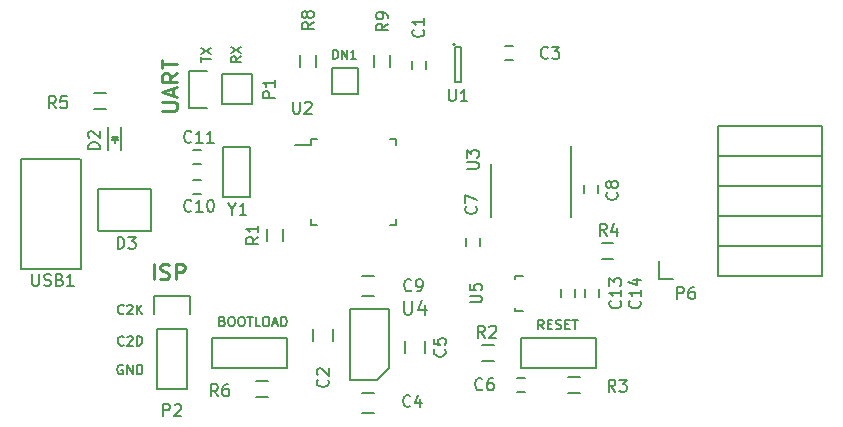
<source format=gto>
G04 #@! TF.FileFunction,Legend,Top*
%FSLAX46Y46*%
G04 Gerber Fmt 4.6, Leading zero omitted, Abs format (unit mm)*
G04 Created by KiCad (PCBNEW 4.0.2-stable) date 8/15/2016 9:55:29 PM*
%MOMM*%
G01*
G04 APERTURE LIST*
%ADD10C,0.100000*%
%ADD11C,0.180000*%
%ADD12C,0.250000*%
%ADD13C,0.150000*%
G04 APERTURE END LIST*
D10*
D11*
X92026095Y-83792905D02*
X91759428Y-83411952D01*
X91568952Y-83792905D02*
X91568952Y-82992905D01*
X91873714Y-82992905D01*
X91949905Y-83031000D01*
X91988000Y-83069095D01*
X92026095Y-83145286D01*
X92026095Y-83259571D01*
X91988000Y-83335762D01*
X91949905Y-83373857D01*
X91873714Y-83411952D01*
X91568952Y-83411952D01*
X92368952Y-83373857D02*
X92635619Y-83373857D01*
X92749905Y-83792905D02*
X92368952Y-83792905D01*
X92368952Y-82992905D01*
X92749905Y-82992905D01*
X93054667Y-83754810D02*
X93168953Y-83792905D01*
X93359429Y-83792905D01*
X93435619Y-83754810D01*
X93473715Y-83716714D01*
X93511810Y-83640524D01*
X93511810Y-83564333D01*
X93473715Y-83488143D01*
X93435619Y-83450048D01*
X93359429Y-83411952D01*
X93207048Y-83373857D01*
X93130857Y-83335762D01*
X93092762Y-83297667D01*
X93054667Y-83221476D01*
X93054667Y-83145286D01*
X93092762Y-83069095D01*
X93130857Y-83031000D01*
X93207048Y-82992905D01*
X93397524Y-82992905D01*
X93511810Y-83031000D01*
X93854667Y-83373857D02*
X94121334Y-83373857D01*
X94235620Y-83792905D02*
X93854667Y-83792905D01*
X93854667Y-82992905D01*
X94235620Y-82992905D01*
X94464191Y-82992905D02*
X94921334Y-82992905D01*
X94692763Y-83792905D02*
X94692763Y-82992905D01*
X64835572Y-83119857D02*
X64949858Y-83157952D01*
X64987953Y-83196048D01*
X65026048Y-83272238D01*
X65026048Y-83386524D01*
X64987953Y-83462714D01*
X64949858Y-83500810D01*
X64873667Y-83538905D01*
X64568905Y-83538905D01*
X64568905Y-82738905D01*
X64835572Y-82738905D01*
X64911762Y-82777000D01*
X64949858Y-82815095D01*
X64987953Y-82891286D01*
X64987953Y-82967476D01*
X64949858Y-83043667D01*
X64911762Y-83081762D01*
X64835572Y-83119857D01*
X64568905Y-83119857D01*
X65521286Y-82738905D02*
X65673667Y-82738905D01*
X65749858Y-82777000D01*
X65826048Y-82853190D01*
X65864143Y-83005571D01*
X65864143Y-83272238D01*
X65826048Y-83424619D01*
X65749858Y-83500810D01*
X65673667Y-83538905D01*
X65521286Y-83538905D01*
X65445096Y-83500810D01*
X65368905Y-83424619D01*
X65330810Y-83272238D01*
X65330810Y-83005571D01*
X65368905Y-82853190D01*
X65445096Y-82777000D01*
X65521286Y-82738905D01*
X66359381Y-82738905D02*
X66511762Y-82738905D01*
X66587953Y-82777000D01*
X66664143Y-82853190D01*
X66702238Y-83005571D01*
X66702238Y-83272238D01*
X66664143Y-83424619D01*
X66587953Y-83500810D01*
X66511762Y-83538905D01*
X66359381Y-83538905D01*
X66283191Y-83500810D01*
X66207000Y-83424619D01*
X66168905Y-83272238D01*
X66168905Y-83005571D01*
X66207000Y-82853190D01*
X66283191Y-82777000D01*
X66359381Y-82738905D01*
X66930809Y-82738905D02*
X67387952Y-82738905D01*
X67159381Y-83538905D02*
X67159381Y-82738905D01*
X68035572Y-83538905D02*
X67654619Y-83538905D01*
X67654619Y-82738905D01*
X68454619Y-82738905D02*
X68607000Y-82738905D01*
X68683191Y-82777000D01*
X68759381Y-82853190D01*
X68797476Y-83005571D01*
X68797476Y-83272238D01*
X68759381Y-83424619D01*
X68683191Y-83500810D01*
X68607000Y-83538905D01*
X68454619Y-83538905D01*
X68378429Y-83500810D01*
X68302238Y-83424619D01*
X68264143Y-83272238D01*
X68264143Y-83005571D01*
X68302238Y-82853190D01*
X68378429Y-82777000D01*
X68454619Y-82738905D01*
X69102238Y-83310333D02*
X69483190Y-83310333D01*
X69026047Y-83538905D02*
X69292714Y-82738905D01*
X69559381Y-83538905D01*
X69826047Y-83538905D02*
X69826047Y-82738905D01*
X70016523Y-82738905D01*
X70130809Y-82777000D01*
X70207000Y-82853190D01*
X70245095Y-82929381D01*
X70283190Y-83081762D01*
X70283190Y-83196048D01*
X70245095Y-83348429D01*
X70207000Y-83424619D01*
X70130809Y-83500810D01*
X70016523Y-83538905D01*
X69826047Y-83538905D01*
X66371905Y-60704333D02*
X65990952Y-60971000D01*
X66371905Y-61161476D02*
X65571905Y-61161476D01*
X65571905Y-60856714D01*
X65610000Y-60780523D01*
X65648095Y-60742428D01*
X65724286Y-60704333D01*
X65838571Y-60704333D01*
X65914762Y-60742428D01*
X65952857Y-60780523D01*
X65990952Y-60856714D01*
X65990952Y-61161476D01*
X65571905Y-60437666D02*
X66371905Y-59904333D01*
X65571905Y-59904333D02*
X66371905Y-60437666D01*
X63031905Y-61180524D02*
X63031905Y-60723381D01*
X63831905Y-60951952D02*
X63031905Y-60951952D01*
X63031905Y-60532904D02*
X63831905Y-59999571D01*
X63031905Y-59999571D02*
X63831905Y-60532904D01*
D12*
X59710095Y-65311809D02*
X60762476Y-65311809D01*
X60886286Y-65249904D01*
X60948190Y-65188000D01*
X61010095Y-65064190D01*
X61010095Y-64816571D01*
X60948190Y-64692762D01*
X60886286Y-64630857D01*
X60762476Y-64568952D01*
X59710095Y-64568952D01*
X60638667Y-64011809D02*
X60638667Y-63392761D01*
X61010095Y-64135618D02*
X59710095Y-63702285D01*
X61010095Y-63268952D01*
X61010095Y-62092761D02*
X60391048Y-62526094D01*
X61010095Y-62835618D02*
X59710095Y-62835618D01*
X59710095Y-62340380D01*
X59772000Y-62216571D01*
X59833905Y-62154666D01*
X59957714Y-62092761D01*
X60143429Y-62092761D01*
X60267238Y-62154666D01*
X60329143Y-62216571D01*
X60391048Y-62340380D01*
X60391048Y-62835618D01*
X59710095Y-61721332D02*
X59710095Y-60978475D01*
X61010095Y-61349904D02*
X59710095Y-61349904D01*
X59025953Y-79574095D02*
X59025953Y-78274095D01*
X59583096Y-79512190D02*
X59768810Y-79574095D01*
X60078334Y-79574095D01*
X60202144Y-79512190D01*
X60264048Y-79450286D01*
X60325953Y-79326476D01*
X60325953Y-79202667D01*
X60264048Y-79078857D01*
X60202144Y-79016952D01*
X60078334Y-78955048D01*
X59830715Y-78893143D01*
X59706906Y-78831238D01*
X59645001Y-78769333D01*
X59583096Y-78645524D01*
X59583096Y-78521714D01*
X59645001Y-78397905D01*
X59706906Y-78336000D01*
X59830715Y-78274095D01*
X60140239Y-78274095D01*
X60325953Y-78336000D01*
X60883096Y-79574095D02*
X60883096Y-78274095D01*
X61378334Y-78274095D01*
X61502143Y-78336000D01*
X61564048Y-78397905D01*
X61625953Y-78521714D01*
X61625953Y-78707429D01*
X61564048Y-78831238D01*
X61502143Y-78893143D01*
X61378334Y-78955048D01*
X60883096Y-78955048D01*
D11*
X56383477Y-86841000D02*
X56307286Y-86802905D01*
X56193001Y-86802905D01*
X56078715Y-86841000D01*
X56002524Y-86917190D01*
X55964429Y-86993381D01*
X55926334Y-87145762D01*
X55926334Y-87260048D01*
X55964429Y-87412429D01*
X56002524Y-87488619D01*
X56078715Y-87564810D01*
X56193001Y-87602905D01*
X56269191Y-87602905D01*
X56383477Y-87564810D01*
X56421572Y-87526714D01*
X56421572Y-87260048D01*
X56269191Y-87260048D01*
X56764429Y-87602905D02*
X56764429Y-86802905D01*
X57221572Y-87602905D01*
X57221572Y-86802905D01*
X57602524Y-87602905D02*
X57602524Y-86802905D01*
X57793000Y-86802905D01*
X57907286Y-86841000D01*
X57983477Y-86917190D01*
X58021572Y-86993381D01*
X58059667Y-87145762D01*
X58059667Y-87260048D01*
X58021572Y-87412429D01*
X57983477Y-87488619D01*
X57907286Y-87564810D01*
X57793000Y-87602905D01*
X57602524Y-87602905D01*
X56459667Y-85113714D02*
X56421572Y-85151810D01*
X56307286Y-85189905D01*
X56231096Y-85189905D01*
X56116810Y-85151810D01*
X56040619Y-85075619D01*
X56002524Y-84999429D01*
X55964429Y-84847048D01*
X55964429Y-84732762D01*
X56002524Y-84580381D01*
X56040619Y-84504190D01*
X56116810Y-84428000D01*
X56231096Y-84389905D01*
X56307286Y-84389905D01*
X56421572Y-84428000D01*
X56459667Y-84466095D01*
X56764429Y-84466095D02*
X56802524Y-84428000D01*
X56878715Y-84389905D01*
X57069191Y-84389905D01*
X57145381Y-84428000D01*
X57183477Y-84466095D01*
X57221572Y-84542286D01*
X57221572Y-84618476D01*
X57183477Y-84732762D01*
X56726334Y-85189905D01*
X57221572Y-85189905D01*
X57564429Y-85189905D02*
X57564429Y-84389905D01*
X57754905Y-84389905D01*
X57869191Y-84428000D01*
X57945382Y-84504190D01*
X57983477Y-84580381D01*
X58021572Y-84732762D01*
X58021572Y-84847048D01*
X57983477Y-84999429D01*
X57945382Y-85075619D01*
X57869191Y-85151810D01*
X57754905Y-85189905D01*
X57564429Y-85189905D01*
X56459667Y-82446714D02*
X56421572Y-82484810D01*
X56307286Y-82522905D01*
X56231096Y-82522905D01*
X56116810Y-82484810D01*
X56040619Y-82408619D01*
X56002524Y-82332429D01*
X55964429Y-82180048D01*
X55964429Y-82065762D01*
X56002524Y-81913381D01*
X56040619Y-81837190D01*
X56116810Y-81761000D01*
X56231096Y-81722905D01*
X56307286Y-81722905D01*
X56421572Y-81761000D01*
X56459667Y-81799095D01*
X56764429Y-81799095D02*
X56802524Y-81761000D01*
X56878715Y-81722905D01*
X57069191Y-81722905D01*
X57145381Y-81761000D01*
X57183477Y-81799095D01*
X57221572Y-81875286D01*
X57221572Y-81951476D01*
X57183477Y-82065762D01*
X56726334Y-82522905D01*
X57221572Y-82522905D01*
X57564429Y-82522905D02*
X57564429Y-81722905D01*
X58021572Y-82522905D02*
X57678715Y-82065762D01*
X58021572Y-81722905D02*
X57564429Y-82180048D01*
D13*
X106760000Y-66570000D02*
X115590000Y-66570000D01*
X106760000Y-69110000D02*
X106760000Y-66570000D01*
X115590000Y-69110000D02*
X115590000Y-66570000D01*
X115590000Y-66570000D02*
X106760000Y-66570000D01*
X115590000Y-69110000D02*
X106760000Y-69110000D01*
X115590000Y-71650000D02*
X115590000Y-69110000D01*
X106760000Y-71650000D02*
X106760000Y-69110000D01*
X106760000Y-69110000D02*
X115590000Y-69110000D01*
X106760000Y-71650000D02*
X115590000Y-71650000D01*
X106760000Y-74190000D02*
X106760000Y-71650000D01*
X115590000Y-74190000D02*
X115590000Y-71650000D01*
X115590000Y-71650000D02*
X106760000Y-71650000D01*
X115590000Y-74190000D02*
X106760000Y-74190000D01*
X115590000Y-76730000D02*
X115590000Y-74190000D01*
X106760000Y-76730000D02*
X106760000Y-74190000D01*
X106760000Y-74190000D02*
X115590000Y-74190000D01*
X106760000Y-76730000D02*
X115590000Y-76730000D01*
X106760000Y-79270000D02*
X106760000Y-76730000D01*
X101800000Y-78000000D02*
X101800000Y-79550000D01*
X101800000Y-79550000D02*
X102950000Y-79550000D01*
X106760000Y-79270000D02*
X115590000Y-79270000D01*
X115590000Y-79270000D02*
X115590000Y-76730000D01*
X115590000Y-76730000D02*
X106760000Y-76730000D01*
X80904000Y-61810000D02*
X80904000Y-61110000D01*
X82104000Y-61110000D02*
X82104000Y-61810000D01*
X72526000Y-83820000D02*
X72526000Y-84820000D01*
X74226000Y-84820000D02*
X74226000Y-83820000D01*
X88774000Y-59844000D02*
X89474000Y-59844000D01*
X89474000Y-61044000D02*
X88774000Y-61044000D01*
X76686000Y-90885000D02*
X77686000Y-90885000D01*
X77686000Y-89185000D02*
X76686000Y-89185000D01*
X80273000Y-84836000D02*
X80273000Y-85836000D01*
X81973000Y-85836000D02*
X81973000Y-84836000D01*
X90490000Y-89111000D02*
X89790000Y-89111000D01*
X89790000Y-87911000D02*
X90490000Y-87911000D01*
X86612500Y-76096000D02*
X86612500Y-76796000D01*
X85412500Y-76796000D02*
X85412500Y-76096000D01*
X95407400Y-72300200D02*
X95407400Y-71600200D01*
X96607400Y-71600200D02*
X96607400Y-72300200D01*
X76686000Y-80979000D02*
X77686000Y-80979000D01*
X77686000Y-79279000D02*
X76686000Y-79279000D01*
X94677000Y-80375900D02*
X94677000Y-81075900D01*
X93477000Y-81075900D02*
X93477000Y-80375900D01*
X96747100Y-80375900D02*
X96747100Y-81075900D01*
X95547100Y-81075900D02*
X95547100Y-80375900D01*
X69987000Y-75311000D02*
X69987000Y-76311000D01*
X68637000Y-76311000D02*
X68637000Y-75311000D01*
X86846000Y-85169000D02*
X87846000Y-85169000D01*
X87846000Y-86519000D02*
X86846000Y-86519000D01*
X97929800Y-77844900D02*
X96929800Y-77844900D01*
X96929800Y-76494900D02*
X97929800Y-76494900D01*
X71431000Y-61579000D02*
X71431000Y-60579000D01*
X72781000Y-60579000D02*
X72781000Y-61579000D01*
X77654000Y-61579000D02*
X77654000Y-60579000D01*
X79004000Y-60579000D02*
X79004000Y-61579000D01*
X84563000Y-59699000D02*
G75*
G03X84563000Y-59699000I-100000J0D01*
G01*
X85013000Y-59949000D02*
X84513000Y-59949000D01*
X85013000Y-62849000D02*
X85013000Y-59949000D01*
X84513000Y-62849000D02*
X85013000Y-62849000D01*
X84513000Y-59949000D02*
X84513000Y-62849000D01*
X72316400Y-67715600D02*
X72316400Y-68240600D01*
X79566400Y-67715600D02*
X79566400Y-68240600D01*
X79566400Y-74965600D02*
X79566400Y-74440600D01*
X72316400Y-74965600D02*
X72316400Y-74440600D01*
X72316400Y-67715600D02*
X72841400Y-67715600D01*
X72316400Y-74965600D02*
X72841400Y-74965600D01*
X79566400Y-74965600D02*
X79041400Y-74965600D01*
X79566400Y-67715600D02*
X79041400Y-67715600D01*
X72316400Y-68240600D02*
X70941400Y-68240600D01*
X87565100Y-69852200D02*
X87565100Y-74302200D01*
X94315100Y-68327200D02*
X94315100Y-74302200D01*
X89616760Y-79464840D02*
X89616760Y-79513100D01*
X90317800Y-82263820D02*
X89616760Y-82263820D01*
X89616760Y-82263820D02*
X89616760Y-82014900D01*
X89616760Y-79464840D02*
X89616760Y-79264180D01*
X89616760Y-79264180D02*
X90317800Y-79264180D01*
X74087200Y-63860300D02*
X74087200Y-61714000D01*
X74087200Y-61714000D02*
X74112600Y-61726700D01*
X76284300Y-63860300D02*
X74075000Y-63860300D01*
X76284300Y-61714000D02*
X76284300Y-63834900D01*
X74112600Y-61714000D02*
X76297000Y-61714000D01*
X61970800Y-65042000D02*
X63520800Y-65042000D01*
X67330800Y-64762000D02*
X64790800Y-64762000D01*
X64790800Y-64762000D02*
X64790800Y-62222000D01*
X63520800Y-61942000D02*
X61970800Y-61942000D01*
X61970800Y-61942000D02*
X61970800Y-65042000D01*
X64790800Y-62222000D02*
X67330800Y-62222000D01*
X67330800Y-62222000D02*
X67330800Y-64762000D01*
X62099000Y-82542000D02*
X62099000Y-80992000D01*
X62099000Y-80992000D02*
X58999000Y-80992000D01*
X58999000Y-80992000D02*
X58999000Y-82542000D01*
X61819000Y-83812000D02*
X61819000Y-88892000D01*
X61819000Y-88892000D02*
X59279000Y-88892000D01*
X59279000Y-88892000D02*
X59279000Y-83812000D01*
X59279000Y-83812000D02*
X61819000Y-83812000D01*
X55173000Y-66710000D02*
X55173000Y-68610000D01*
X56273000Y-66710000D02*
X56273000Y-68610000D01*
X55723000Y-67610000D02*
X55723000Y-68060000D01*
X55973000Y-67560000D02*
X55473000Y-67560000D01*
X55723000Y-67560000D02*
X55973000Y-67810000D01*
X55973000Y-67810000D02*
X55473000Y-67810000D01*
X55473000Y-67810000D02*
X55723000Y-67560000D01*
X53953000Y-63833000D02*
X54953000Y-63833000D01*
X54953000Y-65183000D02*
X53953000Y-65183000D01*
X90126000Y-84590000D02*
X90126000Y-87130000D01*
X96476000Y-87003000D02*
X96476000Y-87130000D01*
X96476000Y-87130000D02*
X94825000Y-87130000D01*
X94825000Y-87130000D02*
X90126000Y-87130000D01*
X90126000Y-84590000D02*
X95460000Y-84590000D01*
X95460000Y-84590000D02*
X96476000Y-84590000D01*
X96476000Y-84590000D02*
X96476000Y-86876000D01*
X96476000Y-86876000D02*
X96476000Y-87003000D01*
X94085000Y-87836000D02*
X95085000Y-87836000D01*
X95085000Y-89186000D02*
X94085000Y-89186000D01*
X52815400Y-69391200D02*
X52815400Y-78700300D01*
X52396300Y-69403900D02*
X52790000Y-69403900D01*
X52828100Y-78725700D02*
X47773500Y-78725700D01*
X47773500Y-78725700D02*
X47773500Y-69480100D01*
X47798900Y-69403900D02*
X52497900Y-69403900D01*
X54315000Y-71950200D02*
X54315000Y-75442700D01*
X54365800Y-75468100D02*
X58798100Y-75468100D01*
X58798100Y-71975600D02*
X58798100Y-75468100D01*
X54315000Y-71962900D02*
X58747300Y-71962900D01*
X77958000Y-88082000D02*
X78958000Y-87082000D01*
X78958000Y-87082000D02*
X78958000Y-82082000D01*
X78958000Y-82082000D02*
X75668000Y-82082000D01*
X75668000Y-82082000D02*
X75668000Y-88082000D01*
X75668000Y-88082000D02*
X77958000Y-88082000D01*
X62358000Y-71147000D02*
X63058000Y-71147000D01*
X63058000Y-72347000D02*
X62358000Y-72347000D01*
X62358000Y-68607000D02*
X63058000Y-68607000D01*
X63058000Y-69807000D02*
X62358000Y-69807000D01*
X68669000Y-89567000D02*
X67669000Y-89567000D01*
X67669000Y-88217000D02*
X68669000Y-88217000D01*
X70314000Y-87130000D02*
X70314000Y-84590000D01*
X63964000Y-84717000D02*
X63964000Y-84590000D01*
X63964000Y-84590000D02*
X65615000Y-84590000D01*
X65615000Y-84590000D02*
X70314000Y-84590000D01*
X70314000Y-87130000D02*
X64980000Y-87130000D01*
X64980000Y-87130000D02*
X63964000Y-87130000D01*
X63964000Y-87130000D02*
X63964000Y-84844000D01*
X63964000Y-84844000D02*
X63964000Y-84717000D01*
X64867000Y-72469000D02*
X64867000Y-68405000D01*
X64867000Y-68405000D02*
X67153000Y-68405000D01*
X67153000Y-68405000D02*
X67153000Y-72596000D01*
X67153000Y-72596000D02*
X64867000Y-72596000D01*
X64867000Y-72596000D02*
X64867000Y-72469000D01*
X103330865Y-81232701D02*
X103330865Y-80232701D01*
X103711818Y-80232701D01*
X103807056Y-80280320D01*
X103854675Y-80327939D01*
X103902294Y-80423177D01*
X103902294Y-80566034D01*
X103854675Y-80661272D01*
X103807056Y-80708891D01*
X103711818Y-80756510D01*
X103330865Y-80756510D01*
X104759437Y-80232701D02*
X104568960Y-80232701D01*
X104473722Y-80280320D01*
X104426103Y-80327939D01*
X104330865Y-80470796D01*
X104283246Y-80661272D01*
X104283246Y-81042225D01*
X104330865Y-81137463D01*
X104378484Y-81185082D01*
X104473722Y-81232701D01*
X104664199Y-81232701D01*
X104759437Y-81185082D01*
X104807056Y-81137463D01*
X104854675Y-81042225D01*
X104854675Y-80804130D01*
X104807056Y-80708891D01*
X104759437Y-80661272D01*
X104664199Y-80613653D01*
X104473722Y-80613653D01*
X104378484Y-80661272D01*
X104330865Y-80708891D01*
X104283246Y-80804130D01*
X81823043Y-58436466D02*
X81870662Y-58484085D01*
X81918281Y-58626942D01*
X81918281Y-58722180D01*
X81870662Y-58865038D01*
X81775424Y-58960276D01*
X81680186Y-59007895D01*
X81489710Y-59055514D01*
X81346852Y-59055514D01*
X81156376Y-59007895D01*
X81061138Y-58960276D01*
X80965900Y-58865038D01*
X80918281Y-58722180D01*
X80918281Y-58626942D01*
X80965900Y-58484085D01*
X81013519Y-58436466D01*
X81918281Y-57484085D02*
X81918281Y-58055514D01*
X81918281Y-57769800D02*
X80918281Y-57769800D01*
X81061138Y-57865038D01*
X81156376Y-57960276D01*
X81203995Y-58055514D01*
X73733143Y-88062666D02*
X73780762Y-88110285D01*
X73828381Y-88253142D01*
X73828381Y-88348380D01*
X73780762Y-88491238D01*
X73685524Y-88586476D01*
X73590286Y-88634095D01*
X73399810Y-88681714D01*
X73256952Y-88681714D01*
X73066476Y-88634095D01*
X72971238Y-88586476D01*
X72876000Y-88491238D01*
X72828381Y-88348380D01*
X72828381Y-88253142D01*
X72876000Y-88110285D01*
X72923619Y-88062666D01*
X72923619Y-87681714D02*
X72876000Y-87634095D01*
X72828381Y-87538857D01*
X72828381Y-87300761D01*
X72876000Y-87205523D01*
X72923619Y-87157904D01*
X73018857Y-87110285D01*
X73114095Y-87110285D01*
X73256952Y-87157904D01*
X73828381Y-87729333D01*
X73828381Y-87110285D01*
X92386334Y-60801143D02*
X92338715Y-60848762D01*
X92195858Y-60896381D01*
X92100620Y-60896381D01*
X91957762Y-60848762D01*
X91862524Y-60753524D01*
X91814905Y-60658286D01*
X91767286Y-60467810D01*
X91767286Y-60324952D01*
X91814905Y-60134476D01*
X91862524Y-60039238D01*
X91957762Y-59944000D01*
X92100620Y-59896381D01*
X92195858Y-59896381D01*
X92338715Y-59944000D01*
X92386334Y-59991619D01*
X92719667Y-59896381D02*
X93338715Y-59896381D01*
X93005381Y-60277333D01*
X93148239Y-60277333D01*
X93243477Y-60324952D01*
X93291096Y-60372571D01*
X93338715Y-60467810D01*
X93338715Y-60705905D01*
X93291096Y-60801143D01*
X93243477Y-60848762D01*
X93148239Y-60896381D01*
X92862524Y-60896381D01*
X92767286Y-60848762D01*
X92719667Y-60801143D01*
X80740434Y-90290543D02*
X80692815Y-90338162D01*
X80549958Y-90385781D01*
X80454720Y-90385781D01*
X80311862Y-90338162D01*
X80216624Y-90242924D01*
X80169005Y-90147686D01*
X80121386Y-89957210D01*
X80121386Y-89814352D01*
X80169005Y-89623876D01*
X80216624Y-89528638D01*
X80311862Y-89433400D01*
X80454720Y-89385781D01*
X80549958Y-89385781D01*
X80692815Y-89433400D01*
X80740434Y-89481019D01*
X81597577Y-89719114D02*
X81597577Y-90385781D01*
X81359481Y-89338162D02*
X81121386Y-90052448D01*
X81740434Y-90052448D01*
X83639143Y-85502666D02*
X83686762Y-85550285D01*
X83734381Y-85693142D01*
X83734381Y-85788380D01*
X83686762Y-85931238D01*
X83591524Y-86026476D01*
X83496286Y-86074095D01*
X83305810Y-86121714D01*
X83162952Y-86121714D01*
X82972476Y-86074095D01*
X82877238Y-86026476D01*
X82782000Y-85931238D01*
X82734381Y-85788380D01*
X82734381Y-85693142D01*
X82782000Y-85550285D01*
X82829619Y-85502666D01*
X82734381Y-84597904D02*
X82734381Y-85074095D01*
X83210571Y-85121714D01*
X83162952Y-85074095D01*
X83115333Y-84978857D01*
X83115333Y-84740761D01*
X83162952Y-84645523D01*
X83210571Y-84597904D01*
X83305810Y-84550285D01*
X83543905Y-84550285D01*
X83639143Y-84597904D01*
X83686762Y-84645523D01*
X83734381Y-84740761D01*
X83734381Y-84978857D01*
X83686762Y-85074095D01*
X83639143Y-85121714D01*
X86849134Y-88868143D02*
X86801515Y-88915762D01*
X86658658Y-88963381D01*
X86563420Y-88963381D01*
X86420562Y-88915762D01*
X86325324Y-88820524D01*
X86277705Y-88725286D01*
X86230086Y-88534810D01*
X86230086Y-88391952D01*
X86277705Y-88201476D01*
X86325324Y-88106238D01*
X86420562Y-88011000D01*
X86563420Y-87963381D01*
X86658658Y-87963381D01*
X86801515Y-88011000D01*
X86849134Y-88058619D01*
X87706277Y-87963381D02*
X87515800Y-87963381D01*
X87420562Y-88011000D01*
X87372943Y-88058619D01*
X87277705Y-88201476D01*
X87230086Y-88391952D01*
X87230086Y-88772905D01*
X87277705Y-88868143D01*
X87325324Y-88915762D01*
X87420562Y-88963381D01*
X87611039Y-88963381D01*
X87706277Y-88915762D01*
X87753896Y-88868143D01*
X87801515Y-88772905D01*
X87801515Y-88534810D01*
X87753896Y-88439571D01*
X87706277Y-88391952D01*
X87611039Y-88344333D01*
X87420562Y-88344333D01*
X87325324Y-88391952D01*
X87277705Y-88439571D01*
X87230086Y-88534810D01*
X86280743Y-73412266D02*
X86328362Y-73459885D01*
X86375981Y-73602742D01*
X86375981Y-73697980D01*
X86328362Y-73840838D01*
X86233124Y-73936076D01*
X86137886Y-73983695D01*
X85947410Y-74031314D01*
X85804552Y-74031314D01*
X85614076Y-73983695D01*
X85518838Y-73936076D01*
X85423600Y-73840838D01*
X85375981Y-73697980D01*
X85375981Y-73602742D01*
X85423600Y-73459885D01*
X85471219Y-73412266D01*
X85375981Y-73078933D02*
X85375981Y-72412266D01*
X86375981Y-72840838D01*
X98218743Y-72218466D02*
X98266362Y-72266085D01*
X98313981Y-72408942D01*
X98313981Y-72504180D01*
X98266362Y-72647038D01*
X98171124Y-72742276D01*
X98075886Y-72789895D01*
X97885410Y-72837514D01*
X97742552Y-72837514D01*
X97552076Y-72789895D01*
X97456838Y-72742276D01*
X97361600Y-72647038D01*
X97313981Y-72504180D01*
X97313981Y-72408942D01*
X97361600Y-72266085D01*
X97409219Y-72218466D01*
X97742552Y-71647038D02*
X97694933Y-71742276D01*
X97647314Y-71789895D01*
X97552076Y-71837514D01*
X97504457Y-71837514D01*
X97409219Y-71789895D01*
X97361600Y-71742276D01*
X97313981Y-71647038D01*
X97313981Y-71456561D01*
X97361600Y-71361323D01*
X97409219Y-71313704D01*
X97504457Y-71266085D01*
X97552076Y-71266085D01*
X97647314Y-71313704D01*
X97694933Y-71361323D01*
X97742552Y-71456561D01*
X97742552Y-71647038D01*
X97790171Y-71742276D01*
X97837790Y-71789895D01*
X97933029Y-71837514D01*
X98123505Y-71837514D01*
X98218743Y-71789895D01*
X98266362Y-71742276D01*
X98313981Y-71647038D01*
X98313981Y-71456561D01*
X98266362Y-71361323D01*
X98218743Y-71313704D01*
X98123505Y-71266085D01*
X97933029Y-71266085D01*
X97837790Y-71313704D01*
X97790171Y-71361323D01*
X97742552Y-71456561D01*
X80829334Y-80486143D02*
X80781715Y-80533762D01*
X80638858Y-80581381D01*
X80543620Y-80581381D01*
X80400762Y-80533762D01*
X80305524Y-80438524D01*
X80257905Y-80343286D01*
X80210286Y-80152810D01*
X80210286Y-80009952D01*
X80257905Y-79819476D01*
X80305524Y-79724238D01*
X80400762Y-79629000D01*
X80543620Y-79581381D01*
X80638858Y-79581381D01*
X80781715Y-79629000D01*
X80829334Y-79676619D01*
X81305524Y-80581381D02*
X81496000Y-80581381D01*
X81591239Y-80533762D01*
X81638858Y-80486143D01*
X81734096Y-80343286D01*
X81781715Y-80152810D01*
X81781715Y-79771857D01*
X81734096Y-79676619D01*
X81686477Y-79629000D01*
X81591239Y-79581381D01*
X81400762Y-79581381D01*
X81305524Y-79629000D01*
X81257905Y-79676619D01*
X81210286Y-79771857D01*
X81210286Y-80009952D01*
X81257905Y-80105190D01*
X81305524Y-80152810D01*
X81400762Y-80200429D01*
X81591239Y-80200429D01*
X81686477Y-80152810D01*
X81734096Y-80105190D01*
X81781715Y-80009952D01*
X98498143Y-81406857D02*
X98545762Y-81454476D01*
X98593381Y-81597333D01*
X98593381Y-81692571D01*
X98545762Y-81835429D01*
X98450524Y-81930667D01*
X98355286Y-81978286D01*
X98164810Y-82025905D01*
X98021952Y-82025905D01*
X97831476Y-81978286D01*
X97736238Y-81930667D01*
X97641000Y-81835429D01*
X97593381Y-81692571D01*
X97593381Y-81597333D01*
X97641000Y-81454476D01*
X97688619Y-81406857D01*
X98593381Y-80454476D02*
X98593381Y-81025905D01*
X98593381Y-80740191D02*
X97593381Y-80740191D01*
X97736238Y-80835429D01*
X97831476Y-80930667D01*
X97879095Y-81025905D01*
X97593381Y-80121143D02*
X97593381Y-79502095D01*
X97974333Y-79835429D01*
X97974333Y-79692571D01*
X98021952Y-79597333D01*
X98069571Y-79549714D01*
X98164810Y-79502095D01*
X98402905Y-79502095D01*
X98498143Y-79549714D01*
X98545762Y-79597333D01*
X98593381Y-79692571D01*
X98593381Y-79978286D01*
X98545762Y-80073524D01*
X98498143Y-80121143D01*
X100149143Y-81406857D02*
X100196762Y-81454476D01*
X100244381Y-81597333D01*
X100244381Y-81692571D01*
X100196762Y-81835429D01*
X100101524Y-81930667D01*
X100006286Y-81978286D01*
X99815810Y-82025905D01*
X99672952Y-82025905D01*
X99482476Y-81978286D01*
X99387238Y-81930667D01*
X99292000Y-81835429D01*
X99244381Y-81692571D01*
X99244381Y-81597333D01*
X99292000Y-81454476D01*
X99339619Y-81406857D01*
X100244381Y-80454476D02*
X100244381Y-81025905D01*
X100244381Y-80740191D02*
X99244381Y-80740191D01*
X99387238Y-80835429D01*
X99482476Y-80930667D01*
X99530095Y-81025905D01*
X99577714Y-79597333D02*
X100244381Y-79597333D01*
X99196762Y-79835429D02*
X99911048Y-80073524D01*
X99911048Y-79454476D01*
X67859381Y-75977666D02*
X67383190Y-76311000D01*
X67859381Y-76549095D02*
X66859381Y-76549095D01*
X66859381Y-76168142D01*
X66907000Y-76072904D01*
X66954619Y-76025285D01*
X67049857Y-75977666D01*
X67192714Y-75977666D01*
X67287952Y-76025285D01*
X67335571Y-76072904D01*
X67383190Y-76168142D01*
X67383190Y-76549095D01*
X67859381Y-75025285D02*
X67859381Y-75596714D01*
X67859381Y-75311000D02*
X66859381Y-75311000D01*
X67002238Y-75406238D01*
X67097476Y-75501476D01*
X67145095Y-75596714D01*
X87052334Y-84518381D02*
X86719000Y-84042190D01*
X86480905Y-84518381D02*
X86480905Y-83518381D01*
X86861858Y-83518381D01*
X86957096Y-83566000D01*
X87004715Y-83613619D01*
X87052334Y-83708857D01*
X87052334Y-83851714D01*
X87004715Y-83946952D01*
X86957096Y-83994571D01*
X86861858Y-84042190D01*
X86480905Y-84042190D01*
X87433286Y-83613619D02*
X87480905Y-83566000D01*
X87576143Y-83518381D01*
X87814239Y-83518381D01*
X87909477Y-83566000D01*
X87957096Y-83613619D01*
X88004715Y-83708857D01*
X88004715Y-83804095D01*
X87957096Y-83946952D01*
X87385667Y-84518381D01*
X88004715Y-84518381D01*
X97364734Y-75882381D02*
X97031400Y-75406190D01*
X96793305Y-75882381D02*
X96793305Y-74882381D01*
X97174258Y-74882381D01*
X97269496Y-74930000D01*
X97317115Y-74977619D01*
X97364734Y-75072857D01*
X97364734Y-75215714D01*
X97317115Y-75310952D01*
X97269496Y-75358571D01*
X97174258Y-75406190D01*
X96793305Y-75406190D01*
X98221877Y-75215714D02*
X98221877Y-75882381D01*
X97983781Y-74834762D02*
X97745686Y-75549048D01*
X98364734Y-75549048D01*
X72558381Y-57816666D02*
X72082190Y-58150000D01*
X72558381Y-58388095D02*
X71558381Y-58388095D01*
X71558381Y-58007142D01*
X71606000Y-57911904D01*
X71653619Y-57864285D01*
X71748857Y-57816666D01*
X71891714Y-57816666D01*
X71986952Y-57864285D01*
X72034571Y-57911904D01*
X72082190Y-58007142D01*
X72082190Y-58388095D01*
X71986952Y-57245238D02*
X71939333Y-57340476D01*
X71891714Y-57388095D01*
X71796476Y-57435714D01*
X71748857Y-57435714D01*
X71653619Y-57388095D01*
X71606000Y-57340476D01*
X71558381Y-57245238D01*
X71558381Y-57054761D01*
X71606000Y-56959523D01*
X71653619Y-56911904D01*
X71748857Y-56864285D01*
X71796476Y-56864285D01*
X71891714Y-56911904D01*
X71939333Y-56959523D01*
X71986952Y-57054761D01*
X71986952Y-57245238D01*
X72034571Y-57340476D01*
X72082190Y-57388095D01*
X72177429Y-57435714D01*
X72367905Y-57435714D01*
X72463143Y-57388095D01*
X72510762Y-57340476D01*
X72558381Y-57245238D01*
X72558381Y-57054761D01*
X72510762Y-56959523D01*
X72463143Y-56911904D01*
X72367905Y-56864285D01*
X72177429Y-56864285D01*
X72082190Y-56911904D01*
X72034571Y-56959523D01*
X71986952Y-57054761D01*
X78844881Y-57930966D02*
X78368690Y-58264300D01*
X78844881Y-58502395D02*
X77844881Y-58502395D01*
X77844881Y-58121442D01*
X77892500Y-58026204D01*
X77940119Y-57978585D01*
X78035357Y-57930966D01*
X78178214Y-57930966D01*
X78273452Y-57978585D01*
X78321071Y-58026204D01*
X78368690Y-58121442D01*
X78368690Y-58502395D01*
X78844881Y-57454776D02*
X78844881Y-57264300D01*
X78797262Y-57169061D01*
X78749643Y-57121442D01*
X78606786Y-57026204D01*
X78416310Y-56978585D01*
X78035357Y-56978585D01*
X77940119Y-57026204D01*
X77892500Y-57073823D01*
X77844881Y-57169061D01*
X77844881Y-57359538D01*
X77892500Y-57454776D01*
X77940119Y-57502395D01*
X78035357Y-57550014D01*
X78273452Y-57550014D01*
X78368690Y-57502395D01*
X78416310Y-57454776D01*
X78463929Y-57359538D01*
X78463929Y-57169061D01*
X78416310Y-57073823D01*
X78368690Y-57026204D01*
X78273452Y-56978585D01*
X84005995Y-63477781D02*
X84005995Y-64287305D01*
X84053614Y-64382543D01*
X84101233Y-64430162D01*
X84196471Y-64477781D01*
X84386948Y-64477781D01*
X84482186Y-64430162D01*
X84529805Y-64382543D01*
X84577424Y-64287305D01*
X84577424Y-63477781D01*
X85577424Y-64477781D02*
X85005995Y-64477781D01*
X85291709Y-64477781D02*
X85291709Y-63477781D01*
X85196471Y-63620638D01*
X85101233Y-63715876D01*
X85005995Y-63763495D01*
X70810695Y-64544581D02*
X70810695Y-65354105D01*
X70858314Y-65449343D01*
X70905933Y-65496962D01*
X71001171Y-65544581D01*
X71191648Y-65544581D01*
X71286886Y-65496962D01*
X71334505Y-65449343D01*
X71382124Y-65354105D01*
X71382124Y-64544581D01*
X71810695Y-64639819D02*
X71858314Y-64592200D01*
X71953552Y-64544581D01*
X72191648Y-64544581D01*
X72286886Y-64592200D01*
X72334505Y-64639819D01*
X72382124Y-64735057D01*
X72382124Y-64830295D01*
X72334505Y-64973152D01*
X71763076Y-65544581D01*
X72382124Y-65544581D01*
X85515681Y-70222905D02*
X86325205Y-70222905D01*
X86420443Y-70175286D01*
X86468062Y-70127667D01*
X86515681Y-70032429D01*
X86515681Y-69841952D01*
X86468062Y-69746714D01*
X86420443Y-69699095D01*
X86325205Y-69651476D01*
X85515681Y-69651476D01*
X85515681Y-69270524D02*
X85515681Y-68651476D01*
X85896633Y-68984810D01*
X85896633Y-68841952D01*
X85944252Y-68746714D01*
X85991871Y-68699095D01*
X86087110Y-68651476D01*
X86325205Y-68651476D01*
X86420443Y-68699095D01*
X86468062Y-68746714D01*
X86515681Y-68841952D01*
X86515681Y-69127667D01*
X86468062Y-69222905D01*
X86420443Y-69270524D01*
X85782381Y-81525905D02*
X86591905Y-81525905D01*
X86687143Y-81478286D01*
X86734762Y-81430667D01*
X86782381Y-81335429D01*
X86782381Y-81144952D01*
X86734762Y-81049714D01*
X86687143Y-81002095D01*
X86591905Y-80954476D01*
X85782381Y-80954476D01*
X85782381Y-80002095D02*
X85782381Y-80478286D01*
X86258571Y-80525905D01*
X86210952Y-80478286D01*
X86163333Y-80383048D01*
X86163333Y-80144952D01*
X86210952Y-80049714D01*
X86258571Y-80002095D01*
X86353810Y-79954476D01*
X86591905Y-79954476D01*
X86687143Y-80002095D01*
X86734762Y-80049714D01*
X86782381Y-80144952D01*
X86782381Y-80383048D01*
X86734762Y-80478286D01*
X86687143Y-80525905D01*
X74207571Y-60910286D02*
X74207571Y-60160286D01*
X74386143Y-60160286D01*
X74493286Y-60196000D01*
X74564714Y-60267429D01*
X74600429Y-60338857D01*
X74636143Y-60481714D01*
X74636143Y-60588857D01*
X74600429Y-60731714D01*
X74564714Y-60803143D01*
X74493286Y-60874571D01*
X74386143Y-60910286D01*
X74207571Y-60910286D01*
X74957571Y-60910286D02*
X74957571Y-60160286D01*
X75386143Y-60910286D01*
X75386143Y-60160286D01*
X76136143Y-60910286D02*
X75707571Y-60910286D01*
X75921857Y-60910286D02*
X75921857Y-60160286D01*
X75850428Y-60267429D01*
X75779000Y-60338857D01*
X75707571Y-60374571D01*
X69256381Y-64217395D02*
X68256381Y-64217395D01*
X68256381Y-63836442D01*
X68304000Y-63741204D01*
X68351619Y-63693585D01*
X68446857Y-63645966D01*
X68589714Y-63645966D01*
X68684952Y-63693585D01*
X68732571Y-63741204D01*
X68780190Y-63836442D01*
X68780190Y-64217395D01*
X69256381Y-62693585D02*
X69256381Y-63265014D01*
X69256381Y-62979300D02*
X68256381Y-62979300D01*
X68399238Y-63074538D01*
X68494476Y-63169776D01*
X68542095Y-63265014D01*
X59823605Y-91147781D02*
X59823605Y-90147781D01*
X60204558Y-90147781D01*
X60299796Y-90195400D01*
X60347415Y-90243019D01*
X60395034Y-90338257D01*
X60395034Y-90481114D01*
X60347415Y-90576352D01*
X60299796Y-90623971D01*
X60204558Y-90671590D01*
X59823605Y-90671590D01*
X60775986Y-90243019D02*
X60823605Y-90195400D01*
X60918843Y-90147781D01*
X61156939Y-90147781D01*
X61252177Y-90195400D01*
X61299796Y-90243019D01*
X61347415Y-90338257D01*
X61347415Y-90433495D01*
X61299796Y-90576352D01*
X60728367Y-91147781D01*
X61347415Y-91147781D01*
X54448181Y-68548095D02*
X53448181Y-68548095D01*
X53448181Y-68310000D01*
X53495800Y-68167142D01*
X53591038Y-68071904D01*
X53686276Y-68024285D01*
X53876752Y-67976666D01*
X54019610Y-67976666D01*
X54210086Y-68024285D01*
X54305324Y-68071904D01*
X54400562Y-68167142D01*
X54448181Y-68310000D01*
X54448181Y-68548095D01*
X53543419Y-67595714D02*
X53495800Y-67548095D01*
X53448181Y-67452857D01*
X53448181Y-67214761D01*
X53495800Y-67119523D01*
X53543419Y-67071904D01*
X53638657Y-67024285D01*
X53733895Y-67024285D01*
X53876752Y-67071904D01*
X54448181Y-67643333D01*
X54448181Y-67024285D01*
X50730334Y-65087381D02*
X50397000Y-64611190D01*
X50158905Y-65087381D02*
X50158905Y-64087381D01*
X50539858Y-64087381D01*
X50635096Y-64135000D01*
X50682715Y-64182619D01*
X50730334Y-64277857D01*
X50730334Y-64420714D01*
X50682715Y-64515952D01*
X50635096Y-64563571D01*
X50539858Y-64611190D01*
X50158905Y-64611190D01*
X51635096Y-64087381D02*
X51158905Y-64087381D01*
X51111286Y-64563571D01*
X51158905Y-64515952D01*
X51254143Y-64468333D01*
X51492239Y-64468333D01*
X51587477Y-64515952D01*
X51635096Y-64563571D01*
X51682715Y-64658810D01*
X51682715Y-64896905D01*
X51635096Y-64992143D01*
X51587477Y-65039762D01*
X51492239Y-65087381D01*
X51254143Y-65087381D01*
X51158905Y-65039762D01*
X51111286Y-64992143D01*
X98101334Y-89090381D02*
X97768000Y-88614190D01*
X97529905Y-89090381D02*
X97529905Y-88090381D01*
X97910858Y-88090381D01*
X98006096Y-88138000D01*
X98053715Y-88185619D01*
X98101334Y-88280857D01*
X98101334Y-88423714D01*
X98053715Y-88518952D01*
X98006096Y-88566571D01*
X97910858Y-88614190D01*
X97529905Y-88614190D01*
X98434667Y-88090381D02*
X99053715Y-88090381D01*
X98720381Y-88471333D01*
X98863239Y-88471333D01*
X98958477Y-88518952D01*
X99006096Y-88566571D01*
X99053715Y-88661810D01*
X99053715Y-88899905D01*
X99006096Y-88995143D01*
X98958477Y-89042762D01*
X98863239Y-89090381D01*
X98577524Y-89090381D01*
X98482286Y-89042762D01*
X98434667Y-88995143D01*
X48727805Y-79130581D02*
X48727805Y-79940105D01*
X48775424Y-80035343D01*
X48823043Y-80082962D01*
X48918281Y-80130581D01*
X49108758Y-80130581D01*
X49203996Y-80082962D01*
X49251615Y-80035343D01*
X49299234Y-79940105D01*
X49299234Y-79130581D01*
X49727805Y-80082962D02*
X49870662Y-80130581D01*
X50108758Y-80130581D01*
X50203996Y-80082962D01*
X50251615Y-80035343D01*
X50299234Y-79940105D01*
X50299234Y-79844867D01*
X50251615Y-79749629D01*
X50203996Y-79702010D01*
X50108758Y-79654390D01*
X49918281Y-79606771D01*
X49823043Y-79559152D01*
X49775424Y-79511533D01*
X49727805Y-79416295D01*
X49727805Y-79321057D01*
X49775424Y-79225819D01*
X49823043Y-79178200D01*
X49918281Y-79130581D01*
X50156377Y-79130581D01*
X50299234Y-79178200D01*
X51061139Y-79606771D02*
X51203996Y-79654390D01*
X51251615Y-79702010D01*
X51299234Y-79797248D01*
X51299234Y-79940105D01*
X51251615Y-80035343D01*
X51203996Y-80082962D01*
X51108758Y-80130581D01*
X50727805Y-80130581D01*
X50727805Y-79130581D01*
X51061139Y-79130581D01*
X51156377Y-79178200D01*
X51203996Y-79225819D01*
X51251615Y-79321057D01*
X51251615Y-79416295D01*
X51203996Y-79511533D01*
X51156377Y-79559152D01*
X51061139Y-79606771D01*
X50727805Y-79606771D01*
X52251615Y-80130581D02*
X51680186Y-80130581D01*
X51965900Y-80130581D02*
X51965900Y-79130581D01*
X51870662Y-79273438D01*
X51775424Y-79368676D01*
X51680186Y-79416295D01*
X55951805Y-76987281D02*
X55951805Y-75987281D01*
X56189900Y-75987281D01*
X56332758Y-76034900D01*
X56427996Y-76130138D01*
X56475615Y-76225376D01*
X56523234Y-76415852D01*
X56523234Y-76558710D01*
X56475615Y-76749186D01*
X56427996Y-76844424D01*
X56332758Y-76939662D01*
X56189900Y-76987281D01*
X55951805Y-76987281D01*
X56856567Y-75987281D02*
X57475615Y-75987281D01*
X57142281Y-76368233D01*
X57285139Y-76368233D01*
X57380377Y-76415852D01*
X57427996Y-76463471D01*
X57475615Y-76558710D01*
X57475615Y-76796805D01*
X57427996Y-76892043D01*
X57380377Y-76939662D01*
X57285139Y-76987281D01*
X56999424Y-76987281D01*
X56904186Y-76939662D01*
X56856567Y-76892043D01*
X80208714Y-81376857D02*
X80208714Y-82348286D01*
X80265857Y-82462571D01*
X80323000Y-82519714D01*
X80437286Y-82576857D01*
X80665857Y-82576857D01*
X80780143Y-82519714D01*
X80837286Y-82462571D01*
X80894429Y-82348286D01*
X80894429Y-81376857D01*
X81980143Y-81776857D02*
X81980143Y-82576857D01*
X81694429Y-81319714D02*
X81408714Y-82176857D01*
X82151572Y-82176857D01*
X62192143Y-73755143D02*
X62144524Y-73802762D01*
X62001667Y-73850381D01*
X61906429Y-73850381D01*
X61763571Y-73802762D01*
X61668333Y-73707524D01*
X61620714Y-73612286D01*
X61573095Y-73421810D01*
X61573095Y-73278952D01*
X61620714Y-73088476D01*
X61668333Y-72993238D01*
X61763571Y-72898000D01*
X61906429Y-72850381D01*
X62001667Y-72850381D01*
X62144524Y-72898000D01*
X62192143Y-72945619D01*
X63144524Y-73850381D02*
X62573095Y-73850381D01*
X62858809Y-73850381D02*
X62858809Y-72850381D01*
X62763571Y-72993238D01*
X62668333Y-73088476D01*
X62573095Y-73136095D01*
X63763571Y-72850381D02*
X63858810Y-72850381D01*
X63954048Y-72898000D01*
X64001667Y-72945619D01*
X64049286Y-73040857D01*
X64096905Y-73231333D01*
X64096905Y-73469429D01*
X64049286Y-73659905D01*
X64001667Y-73755143D01*
X63954048Y-73802762D01*
X63858810Y-73850381D01*
X63763571Y-73850381D01*
X63668333Y-73802762D01*
X63620714Y-73755143D01*
X63573095Y-73659905D01*
X63525476Y-73469429D01*
X63525476Y-73231333D01*
X63573095Y-73040857D01*
X63620714Y-72945619D01*
X63668333Y-72898000D01*
X63763571Y-72850381D01*
X62192143Y-67913143D02*
X62144524Y-67960762D01*
X62001667Y-68008381D01*
X61906429Y-68008381D01*
X61763571Y-67960762D01*
X61668333Y-67865524D01*
X61620714Y-67770286D01*
X61573095Y-67579810D01*
X61573095Y-67436952D01*
X61620714Y-67246476D01*
X61668333Y-67151238D01*
X61763571Y-67056000D01*
X61906429Y-67008381D01*
X62001667Y-67008381D01*
X62144524Y-67056000D01*
X62192143Y-67103619D01*
X63144524Y-68008381D02*
X62573095Y-68008381D01*
X62858809Y-68008381D02*
X62858809Y-67008381D01*
X62763571Y-67151238D01*
X62668333Y-67246476D01*
X62573095Y-67294095D01*
X64096905Y-68008381D02*
X63525476Y-68008381D01*
X63811190Y-68008381D02*
X63811190Y-67008381D01*
X63715952Y-67151238D01*
X63620714Y-67246476D01*
X63525476Y-67294095D01*
X64446334Y-89471381D02*
X64113000Y-88995190D01*
X63874905Y-89471381D02*
X63874905Y-88471381D01*
X64255858Y-88471381D01*
X64351096Y-88519000D01*
X64398715Y-88566619D01*
X64446334Y-88661857D01*
X64446334Y-88804714D01*
X64398715Y-88899952D01*
X64351096Y-88947571D01*
X64255858Y-88995190D01*
X63874905Y-88995190D01*
X65303477Y-88471381D02*
X65113000Y-88471381D01*
X65017762Y-88519000D01*
X64970143Y-88566619D01*
X64874905Y-88709476D01*
X64827286Y-88899952D01*
X64827286Y-89280905D01*
X64874905Y-89376143D01*
X64922524Y-89423762D01*
X65017762Y-89471381D01*
X65208239Y-89471381D01*
X65303477Y-89423762D01*
X65351096Y-89376143D01*
X65398715Y-89280905D01*
X65398715Y-89042810D01*
X65351096Y-88947571D01*
X65303477Y-88899952D01*
X65208239Y-88852333D01*
X65017762Y-88852333D01*
X64922524Y-88899952D01*
X64874905Y-88947571D01*
X64827286Y-89042810D01*
X65660809Y-73628190D02*
X65660809Y-74104381D01*
X65327476Y-73104381D02*
X65660809Y-73628190D01*
X65994143Y-73104381D01*
X66851286Y-74104381D02*
X66279857Y-74104381D01*
X66565571Y-74104381D02*
X66565571Y-73104381D01*
X66470333Y-73247238D01*
X66375095Y-73342476D01*
X66279857Y-73390095D01*
M02*

</source>
